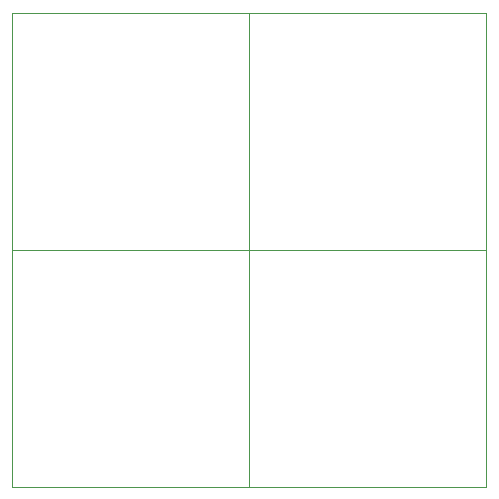
<source format=gbr>
G04 #@! TF.GenerationSoftware,KiCad,Pcbnew,(5.99.0-11522-g728b160719)*
G04 #@! TF.CreationDate,2021-08-06T10:17:42+10:00*
G04 #@! TF.ProjectId,Stencil,5374656e-6369-46c2-9e6b-696361645f70,0.2*
G04 #@! TF.SameCoordinates,Original*
G04 #@! TF.FileFunction,Profile,NP*
%FSLAX46Y46*%
G04 Gerber Fmt 4.6, Leading zero omitted, Abs format (unit mm)*
G04 Created by KiCad (PCBNEW (5.99.0-11522-g728b160719)) date 2021-08-06 10:17:42*
%MOMM*%
%LPD*%
G01*
G04 APERTURE LIST*
G04 #@! TA.AperFunction,Profile*
%ADD10C,0.100000*%
G04 #@! TD*
G04 APERTURE END LIST*
D10*
X113259000Y-96114000D02*
X93193000Y-96114000D01*
X93193000Y-96114000D02*
X93193000Y-76048000D01*
X93193000Y-76048000D02*
X113259000Y-76048000D01*
X113259000Y-76048000D02*
X113259000Y-96114000D01*
X113259000Y-76048000D02*
X93193000Y-76048000D01*
X93193000Y-76048000D02*
X93193000Y-55982000D01*
X93193000Y-55982000D02*
X113259000Y-55982000D01*
X113259000Y-55982000D02*
X113259000Y-76048000D01*
X133325000Y-96114000D02*
X113259000Y-96114000D01*
X113259000Y-96114000D02*
X113259000Y-76048000D01*
X113259000Y-76048000D02*
X133325000Y-76048000D01*
X133325000Y-76048000D02*
X133325000Y-96114000D01*
X133325000Y-76048000D02*
X113259000Y-76048000D01*
X113259000Y-76048000D02*
X113259000Y-55982000D01*
X113259000Y-55982000D02*
X133325000Y-55982000D01*
X133325000Y-55982000D02*
X133325000Y-76048000D01*
M02*

</source>
